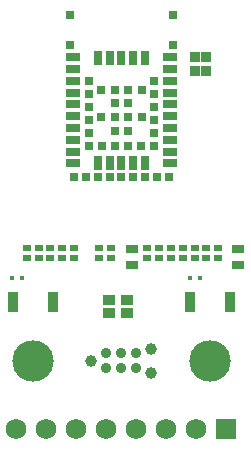
<source format=gts>
G04*
G04 #@! TF.GenerationSoftware,Altium Limited,Altium Designer,21.6.4 (81)*
G04*
G04 Layer_Color=8388736*
%FSLAX44Y44*%
%MOMM*%
G71*
G04*
G04 #@! TF.SameCoordinates,F5FF2EED-A301-45B2-9F22-88543F1AE188*
G04*
G04*
G04 #@! TF.FilePolarity,Negative*
G04*
G01*
G75*
%ADD26R,0.6500X0.6200*%
%ADD27R,1.1200X0.7400*%
%ADD28R,0.8000X0.8000*%
%ADD29R,1.2500X0.8000*%
%ADD30R,0.8000X1.2500*%
%ADD31R,0.8000X0.8000*%
%ADD32C,0.8900*%
%ADD33R,0.9000X1.8000*%
%ADD34R,0.4600X0.4500*%
%ADD35R,0.8800X0.8400*%
%ADD36R,1.1000X0.9000*%
%ADD37C,1.0000*%
%ADD38C,1.7500*%
%ADD39R,1.7500X1.7500*%
%ADD40C,3.5000*%
D26*
X40000Y187000D02*
D03*
Y195000D02*
D03*
X152000D02*
D03*
Y187000D02*
D03*
X132000Y195000D02*
D03*
Y187000D02*
D03*
X142000Y195000D02*
D03*
Y187000D02*
D03*
X70000Y195000D02*
D03*
Y187000D02*
D03*
X162000D02*
D03*
Y195000D02*
D03*
X30000Y187000D02*
D03*
Y195000D02*
D03*
X101000Y187000D02*
D03*
Y195000D02*
D03*
X60000Y187000D02*
D03*
Y195000D02*
D03*
X172000Y187000D02*
D03*
Y195000D02*
D03*
X91000Y187000D02*
D03*
Y195000D02*
D03*
X50000Y187000D02*
D03*
Y195000D02*
D03*
X182000D02*
D03*
Y187000D02*
D03*
X192000Y195000D02*
D03*
Y187000D02*
D03*
D27*
X209000Y194850D02*
D03*
Y181150D02*
D03*
X119000Y181150D02*
D03*
Y194850D02*
D03*
D28*
X66500Y367000D02*
D03*
Y392500D02*
D03*
X153500D02*
D03*
Y367000D02*
D03*
X137500Y281500D02*
D03*
Y292500D02*
D03*
Y303500D02*
D03*
Y314500D02*
D03*
Y325500D02*
D03*
X82500D02*
D03*
Y314500D02*
D03*
Y303500D02*
D03*
Y292500D02*
D03*
Y281500D02*
D03*
X93500D02*
D03*
X104500D02*
D03*
X115500D02*
D03*
X126500D02*
D03*
X70000Y255500D02*
D03*
X80000D02*
D03*
X90000D02*
D03*
X100000D02*
D03*
X110000D02*
D03*
X120000D02*
D03*
X130000D02*
D03*
X140000D02*
D03*
X150000D02*
D03*
X137500Y336500D02*
D03*
X82500D02*
D03*
D29*
X151250Y267000D02*
D03*
Y277000D02*
D03*
Y287000D02*
D03*
Y297000D02*
D03*
Y307000D02*
D03*
Y317000D02*
D03*
Y327000D02*
D03*
Y337000D02*
D03*
Y347000D02*
D03*
Y357000D02*
D03*
X68750D02*
D03*
Y347000D02*
D03*
Y337000D02*
D03*
Y327000D02*
D03*
Y317000D02*
D03*
Y307000D02*
D03*
Y297000D02*
D03*
Y287000D02*
D03*
Y277000D02*
D03*
Y267000D02*
D03*
D30*
X90000Y356250D02*
D03*
X100000D02*
D03*
X110000D02*
D03*
X120000D02*
D03*
X130000D02*
D03*
Y267750D02*
D03*
X120000D02*
D03*
X110000D02*
D03*
X100000D02*
D03*
X90000D02*
D03*
D31*
X127250Y329250D02*
D03*
X115750D02*
D03*
X104250D02*
D03*
X92750D02*
D03*
Y306250D02*
D03*
X104250Y317750D02*
D03*
X115750D02*
D03*
Y294750D02*
D03*
X127250Y306250D02*
D03*
X115750D02*
D03*
X104250D02*
D03*
Y294750D02*
D03*
D32*
X122700Y106350D02*
D03*
Y93650D02*
D03*
X110000Y106350D02*
D03*
Y93650D02*
D03*
X97300Y106350D02*
D03*
Y93650D02*
D03*
D33*
X52000Y150000D02*
D03*
X18000D02*
D03*
X202000D02*
D03*
X168000D02*
D03*
D34*
X17800Y170000D02*
D03*
X26200D02*
D03*
X167800D02*
D03*
X176200D02*
D03*
D35*
X172250Y357000D02*
D03*
X182050D02*
D03*
Y345000D02*
D03*
X172250D02*
D03*
D36*
X99500Y140500D02*
D03*
X114500D02*
D03*
Y151500D02*
D03*
X99500D02*
D03*
D37*
X135400Y89840D02*
D03*
Y110160D02*
D03*
X84600Y100000D02*
D03*
D38*
X21100Y42200D02*
D03*
X46500D02*
D03*
X148100D02*
D03*
X173500D02*
D03*
X122700D02*
D03*
X97300D02*
D03*
X71900D02*
D03*
D39*
X198900D02*
D03*
D40*
X35000Y100000D02*
D03*
X185000D02*
D03*
M02*

</source>
